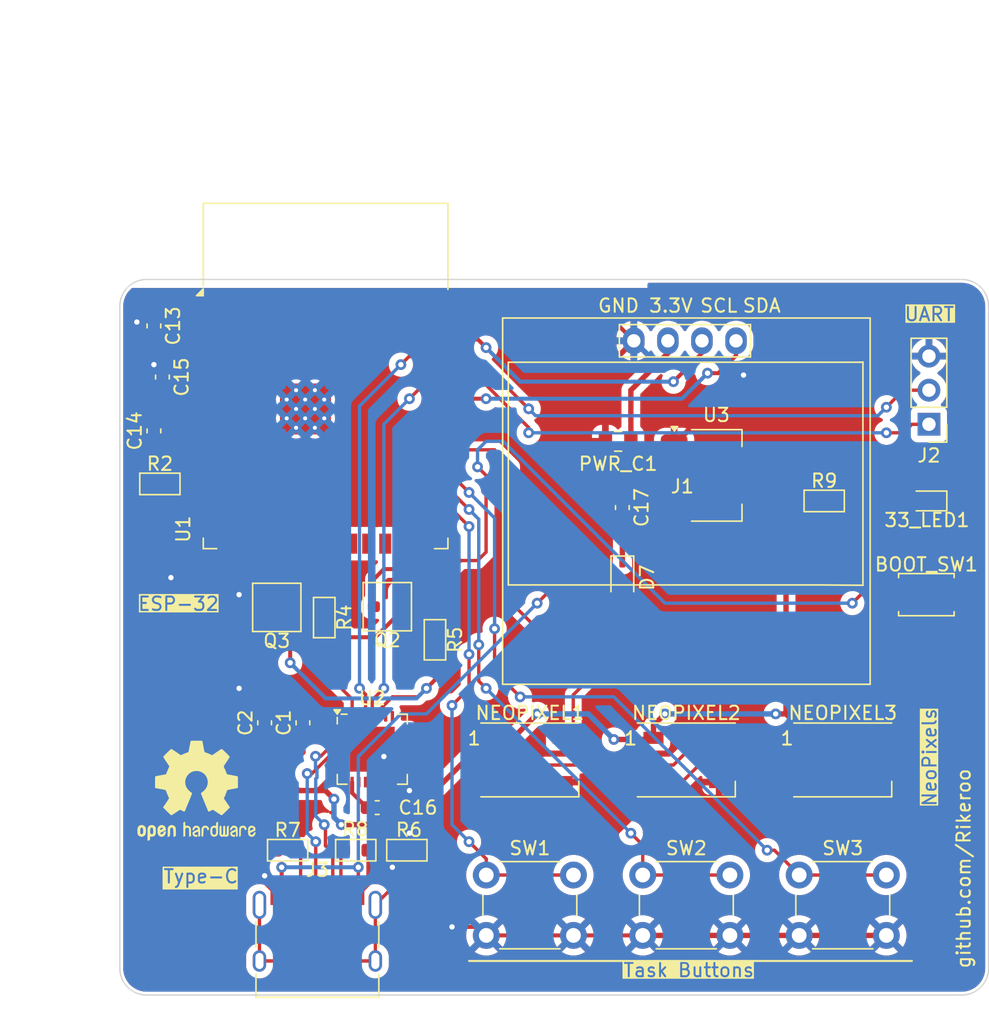
<source format=kicad_pcb>
(kicad_pcb (version 20221018) (generator pcbnew)
  (layers (0 "F.Cu" signal) (31 "B.Cu" signal) (34 "B.Paste" user) (35 "F.Paste" user) (36 "B.SilkS" user "B.Silkscreen") (37 "F.SilkS" user "F.Silkscreen") (38 "B.Mask" user) (39 "F.Mask" user) (44 "Edge.Cuts" user))
  (net 0 "")
  (net 1 "GND")
  (net 2 "+3.3V")
  (net 3 "/EN")
  (net 4 "+5V")
  (net 5 "/NEOPIXEL")
  (net 6 "VBUS")
  (net 7 "/TX")
  (net 8 "/RX")
  (net 9 "Net-(J3-CC1)")
  (net 10 "/D+")
  (net 11 "/D-")
  (net 12 "Net-(J3-CC2)")
  (net 13 "Net-(J3-SHIELD)")
  (net 14 "/DTR")
  (net 15 "Net-(Q2-B)")
  (net 16 "/BOOT")
  (net 17 "/RTS")
  (net 18 "Net-(Q3-B)")
  (net 19 "/PUSH_1")
  (net 20 "/PUSH_2")
  (net 21 "/PUSH_3")
  (net 36 "Net-(U2-VBUS)")
  (net 61 "/SDA")
  (net 62 "/SCL")
  (net 67 "Net-(33_LED1-A)")
  (net 68 "Net-(NEOPIXEL1-DOUT)")
  (net 69 "Net-(NEOPIXEL2-DOUT)")
  (footprint "Button_Switch_THT:SW_PUSH_6mm" (layer "F.Cu") (at 113.68 113.61)
    (fp_text reference "SW1")
    (fp_text value "PUSH_1")
  )
  (footprint "PCM_Resistor_SMD_AKL:R_0603_1608Metric" (layer "F.Cu") (at 89.345 84.455)
    (fp_text reference "R2")
    (fp_text value "10k" hide)
  )
  (footprint "Capacitor_SMD:C_0603_1608Metric" (layer "F.Cu") (at 97.155 102.265 90)
    (fp_text reference "C2")
    (fp_text value "0.1uF")
  )
  (footprint "Connector_PinHeader_2.54mm:PinHeader_1x03_P2.54mm_Vertical" (layer "F.Cu") (at 146.685 80.01 180)
    (fp_text reference "J2")
    (fp_text value "UART Pins")
  )
  (footprint "Connector_USB:USB_C_Receptacle_XKB_U262-16XN-4BVC11" (layer "F.Cu") (at 101.09 118.94)
    (fp_text reference "J3")
    (fp_text value "USB_C_Receptacle_USB2.0_16P")
  )
  (footprint "Button_Switch_SMD:SW_Push_SPST_NO_Alps_SKRK" (layer "F.Cu") (at 146.49 92.71)
    (fp_text reference "BOOT_SW1")
    (fp_text value "Boot")
  )
  (footprint "PCM_Resistor_SMD_AKL:R_0603_1608Metric" (layer "F.Cu") (at 107.76 111.76 180)
    (fp_text reference "R6")
    (fp_text value "1M" hide)
  )
  (footprint "Button_Switch_THT:SW_PUSH_6mm" (layer "F.Cu") (at 137.01 113.61)
    (fp_text reference "SW3")
    (fp_text value "PUSH_3")
  )
  (footprint "Capacitor_SMD:C_0805_2012Metric" (layer "F.Cu") (at 123.51 81.28 180)
    (fp_text reference "PWR_C1")
    (fp_text value "10uF")
  )
  (footprint "RF_Module:ESP32-WROOM-32D" (layer "F.Cu") (at 101.7 79.4)
    (fp_text reference "U1")
    (fp_text value "ESP32-WROOM-32D")
  )
  (footprint "Capacitor_SMD:C_0603_1608Metric" (layer "F.Cu") (at 88.9 72.68 -90)
    (fp_text reference "C13")
    (fp_text value "10uF")
  )
  (footprint "PCM_Resistor_SMD_AKL:R_0603_1608Metric" (layer "F.Cu") (at 103.95 111.76 180)
    (fp_text reference "R8")
    (fp_text value "5.11K" hide)
  )
  (footprint "Package_DFN_QFN:QFN-28-1EP_5x5mm_P0.5mm_EP3.35x3.35mm" (layer "F.Cu") (at 105.18 104.23)
    (fp_text reference "U2")
    (fp_text value "CP2102N-Axx-xQFN28")
  )
  (footprint "PCM_Resistor_SMD_AKL:R_0603_1608Metric" (layer "F.Cu") (at 109.855 96.075 -90)
    (fp_text reference "R5")
    (fp_text value "12K" hide)
  )
  (footprint "PCM_Package_TO_SOT_SMD_AKL:SOT-23" (layer "F.Cu") (at 106.3 93.6075 180)
    (fp_text reference "Q2")
    (fp_text value "S8050" hide)
  )
  (footprint "LED_SMD:LED_0603_1608Metric" (layer "F.Cu") (at 146.5325 85.725 180)
    (fp_text reference "33_LED1")
    (fp_text value "3.3 LED")
  )
  (footprint "PCM_Resistor_SMD_AKL:R_0603_1608Metric" (layer "F.Cu") (at 138.875 85.725)
    (fp_text reference "R9")
    (fp_text value "2.2K" hide)
  )
  (footprint "LED_SMD:LED_WS2812B_PLCC4_5.0x5.0mm_P3.2mm" (layer "F.Cu") (at 140.26 105.03)
    (fp_text reference "NEOPIXEL3")
    (fp_text value "WS2812B")
  )
  (footprint "LED_SMD:LED_WS2812B_PLCC4_5.0x5.0mm_P3.2mm" (layer "F.Cu") (at 116.93 105.03)
    (fp_text reference "NEOPIXEL1")
    (fp_text value "WS2812B")
  )
  (footprint "Capacitor_SMD:C_0603_1608Metric" (layer "F.Cu") (at 89.535 76.49 -90)
    (fp_text reference "C15")
    (fp_text value "0.1uF")
  )
  (footprint "SSD1306:128x64OLED_No_Holes" (layer "F.Cu") (at 128.3 84.39)
    (fp_text reference "J1")
    (fp_text value "I2C Sockets")
  )
  (footprint "PCM_Resistor_SMD_AKL:R_0603_1608Metric" (layer "F.Cu") (at 98.87 111.76)
    (fp_text reference "R7")
    (fp_text value "5.11K" hide)
  )
  (footprint "Symbol:OSHW-Logo2_9.8x8mm_SilkScreen" (layer "F.Cu") (at 92.075 107.315)
    (fp_text reference "REF**" hide)
    (fp_text value "OSHW-Logo2_9.8x8mm_SilkScreen" hide)
  )
  (footprint "Button_Switch_THT:SW_PUSH_6mm" (layer "F.Cu") (at 125.345 113.61)
    (fp_text reference "SW2")
    (fp_text value "PUSH_2")
  )
  (footprint "Capacitor_SMD:C_0603_1608Metric" (layer "F.Cu") (at 123.825 86.22 -90)
    (fp_text reference "C17")
    (fp_text value "10uF")
  )
  (footprint "Package_TO_SOT_SMD:SOT-223-3_TabPin2" (layer "F.Cu") (at 130.835 83.82)
    (fp_text reference "U3")
    (fp_text value "AMS1117-3.3")
  )
  (footprint "Capacitor_SMD:C_0603_1608Metric" (layer "F.Cu") (at 100.01 102.265 90)
    (fp_text reference "C1")
    (fp_text value "4.7uF")
  )
  (footprint "PCM_Package_TO_SOT_SMD_AKL:SOT-23" (layer "F.Cu") (at 98.06 93.66 180)
    (fp_text reference "Q3")
    (fp_text value "S8050" hide)
  )
  (footprint "PCM_Resistor_SMD_AKL:R_0603_1608Metric" (layer "F.Cu") (at 101.6 94.42 -90)
    (fp_text reference "R4")
    (fp_text value "12K" hide)
  )
  (footprint "Diode_SMD:D_SOD-323" (layer "F.Cu") (at 123.825 91.44 -90)
    (fp_text reference "D7")
    (fp_text value "1N5819WS")
  )
  (footprint "Capacitor_SMD:C_0603_1608Metric" (layer "F.Cu") (at 105.55 108.585 180)
    (fp_text reference "C16")
    (fp_text value "10uF")
  )
  (footprint "Capacitor_SMD:C_0603_1608Metric" (layer "F.Cu") (at 88.9 80.505 90)
    (fp_text reference "C14")
    (fp_text value "0.1uF")
  )
  (footprint "LED_SMD:LED_WS2812B_PLCC4_5.0x5.0mm_P3.2mm" (layer "F.Cu") (at 128.595 105.03)
    (fp_text reference "NEOPIXEL2")
    (fp_text value "WS2812B")
  )
  (gr_line (start 112.395 120.015) (end 145.415 120.015) (stroke (width 0.15)) (layer "F.SilkS"))
  (gr_arc (start 88.36 122.555) (mid 86.945786 121.969214) (end 86.36 120.555) (stroke (width 0.1)) (layer "Edge.Cuts"))
  (gr_line (start 88.36 69.215) (end 149.13 69.215) (stroke (width 0.1)) (layer "Edge.Cuts"))
  (gr_arc (start 86.36 71.215) (mid 86.945786 69.800786) (end 88.36 69.215) (stroke (width 0.1)) (layer "Edge.Cuts"))
  (gr_line (start 151.13 71.215) (end 151.13 120.555) (stroke (width 0.1)) (layer "Edge.Cuts"))
  (gr_arc (start 149.13 69.215) (mid 150.544214 69.800786) (end 151.13 71.215) (stroke (width 0.1)) (layer "Edge.Cuts"))
  (gr_arc (start 151.13 120.555) (mid 150.544214 121.969214) (end 149.13 122.555) (stroke (width 0.1)) (layer "Edge.Cuts"))
  (gr_line (start 86.36 120.555) (end 86.36 71.215) (stroke (width 0.1)) (layer "Edge.Cuts"))
  (gr_line (start 149.13 122.555) (end 88.36 122.555) (stroke (width 0.1)) (layer "Edge.Cuts"))
  (gr_text "GND" (at 121.92 71.755) (layer "F.SilkS") (effects (font (size 1 1)) (justify left bottom)))
  (gr_text "NeoPixels" (at 147.32 108.585 90) (layer "F.SilkS" knockout) (effects (font (size 1 1)) (justify left bottom)))
  (gr_text "3.3V" (at 125.73 71.755) (layer "F.SilkS") (effects (font (size 1 1)) (justify left bottom)))
  (gr_text "github.com/Rikeroo" (at 149.86 120.65 90) (layer "F.SilkS") (effects (font (size 1 1)) (justify left bottom)))
  (gr_text "ESP-32" (at 87.63 93.98) (layer "F.SilkS" knockout) (effects (font (size 1 1)) (justify left bottom)))
  (gr_text "Type-C" (at 89.535 114.3) (layer "F.SilkS" knockout) (effects (font (size 1 1)) (justify left bottom)))
  (gr_text "UART" (at 144.78 72.39) (layer "F.SilkS" knockout) (effects (font (size 1 1)) (justify left bottom)))
  (gr_text "Task Buttons" (at 123.825 121.285) (layer "F.SilkS" knockout) (effects (font (size 1 1)) (justify left bottom)))
  (gr_text "SCL\n" (at 129.54 71.755) (layer "F.SilkS") (effects (font (size 1 1)) (justify left bottom)))
  (gr_text "SDA" (at 132.715 71.755) (layer "F.SilkS") (effects (font (size 1 1)) (justify left bottom)))
  (segment (start 105.18 104.23) (end 104.68 103.73) (width 0.3) (layer "F.Cu") (net 1))
  (segment (start 97.155 114.16) (end 97.89 114.895) (width 0.3) (layer "F.Cu") (net 1))
  (segment (start 95.99 83.08) (end 95.99 88.91) (width 0.3) (layer "F.Cu") (net 1))
  (segment (start 95.25 89.65) (end 95.99 88.91) (width 0.3) (layer "F.Cu") (net 1))
  (segment (start 107.95 107.315) (end 107.95 107.95) (width 0.3) (layer "F.Cu") (net 1))
  (segment (start 89.535 75.715) (end 89.05 75.715) (width 0.3) (layer "F.Cu") (net 1))
  (segment (start 148.59 92.71) (end 148.59 86.995) (width 0.4) (layer "F.Cu") (net 1))
  (segment (start 89.535 75.715) (end 88.75 75.715) (width 0.3) (layer "F.Cu") (net 1))
  (segment (start 137.01 118.11) (end 143.51 118.11) (width 0.4) (layer "F.Cu") (net 1))
  (segment (start 113.045 117.475) (end 113.68 118.11) (width 0.3) (layer "F.Cu") (net 1))
  (segment (start 104.29 115.215) (end 104.29 114.895) (width 0.3) (layer "F.Cu") (net 1))
  (segment (start 90.17 79.375) (end 90.17 80.645) (width 0.3) (layer "F.Cu") (net 1))
  (segment (start 147.32 85.09) (end 149.225 83.185) (width 0.4) (layer "F.Cu") (net 1))
  (segment (start 110.45 71.15) (end 110.92 71.62) (width 0.3) (layer "F.Cu") (net 1))
  (segment (start 107.95 110.745) (end 106.935 111.76) (width 0.3) (layer "F.Cu") (net 1))
  (segment (start 144.78 105.41) (end 148.59 101.6) (width 0.4) (layer "F.Cu") (net 1))
  (segment (start 146.05 111.125) (end 142.71 107.785) (width 0.4) (layer "F.Cu") (net 1))
  (segment (start 98.8 80.27) (end 95.99 83.08) (width 0.3) (layer "F.Cu") (net 1))
  (segment (start 133.985 77.47) (end 142.24 77.47) (width 0.4) (layer "F.Cu") (net 1))
  (segment (start 104.89 114.295) (end 104.89 111.875) (width 0.3) (layer "F.Cu") (net 1))
  (segment (start 102.244904 103.73) (end 101.6 103.085096) (width 0.3) (layer "F.Cu") (net 1))
  (segment (start 97.79 111.76) (end 97.155 112.395) (width 0.3) (layer "F.Cu") (net 1))
  (segment (start 88.415 72.39) (end 88.9 71.905) (width 0.3) (layer "F.Cu") (net 1))
  (segment (start 97.155 112.395) (end 97.155 113.665) (width 0.3) (layer "F.Cu") (net 1))
  (segment (start 96.41 101.49) (end 100.01 101.49) (width 0.3) (layer "F.Cu") (net 1))
  (segment (start 106.935 111.76) (end 106.935 112.775) (width 0.3) (layer "F.Cu") (net 1))
  (segment (start 87.63 72.39) (end 88.415 72.39) (width 0.3) (layer "F.Cu") (net 1))
  (segment (start 148.59 74.93) (end 146.685 74.93) (width 0.4) (layer "F.Cu") (net 1))
  (segment (start 88.75 75.715) (end 88.265 76.2) (width 0.3) (layer "F.Cu") (net 1))
  (segment (start 122.56 81.28) (end 122.56 75.91) (width 0.4) (layer "F.Cu") (net 1))
  (segment (start 107.95 110.49) (end 107.95 110.745) (width 0.3) (layer "F.Cu") (net 1))
  (segment (start 89.05 75.715) (end 88.9 75.565) (width 0.3) (layer "F.Cu") (net 1))
  (segment (start 90.17 80.645) (end 89.535 81.28) (width 0.3) (layer "F.Cu") (net 1))
  (segment (start 88.9 71.905) (end 89.655 71.15) (width 0.3) (layer "F.Cu") (net 1))
  (segment (start 148.59 101.6) (end 148.59 92.71) (width 0.4) (layer "F.Cu") (net 1))
  (segment (start 95.25 90.805) (end 95.25 92.71) (width 0.3) (layer "F.Cu") (net 1))
  (segment (start 104.89 111.875) (end 104.775 111.76) (width 0.3) (layer "F.Cu") (net 1))
  (segment (start 122.555 111.76) (end 119.38 108.585) (width 0.3) (layer "F.Cu") (net 1))
  (segment (start 120.18 118.11) (end 122.555 115.735) (width 0.3) (layer "F.Cu") (net 1))
  (segment (start 131.845 118.11) (end 137.01 118.11) (width 0.4) (layer "F.Cu") (net 1))
  (segment (start 100.855 101.49) (end 100.01 101.49) (width 0.3) (layer "F.Cu") (net 1))
  (segment (start 113.68 118.11) (end 120.18 118.11) (width 0.3) (layer "F.Cu") (net 1))
  (segment (start 96.84 101.175) (end 97.155 101.49) (width 0.3) (layer "F.Cu") (net 1))
  (segment (start 122.555 115.735) (end 122.555 111.76) (width 0.3) (layer "F.Cu") (net 1))
  (segment (start 95.25 90.805) (end 95.25 89.65) (width 0.3) (layer "F.Cu") (net 1))
  (segment (start 122.56 84.18) (end 123.825 85.445) (width 0.4) (layer "F.Cu") (net 1))
  (segment (start 147.32 85.725) (end 147.32 85.09) (width 0.4) (layer "F.Cu") (net 1))
  (segment (start 122.645 71.755) (end 124.68 73.79) (width 0.3) (layer "F.Cu") (net 1))
  (segment (start 89.535 78.74) (end 90.17 79.375) (width 0.3) (layer "F.Cu") (net 1))
  (segment (start 88.9 81.28) (end 89.27 81.65) (width 0.3) (layer "F.Cu") (net 1))
  (segment (start 122.555 111.76) (end 122.555 111.334339) (width 0.3) (layer "F.Cu") (net 1))
  (segment (start 104.29 114.895) (end 104.89 114.295) (width 0.3) (layer "F.Cu") (net 1))
  (segment (start 122.555 111.334339) (end 124.669339 109.22) (width 0.3) (layer "F.Cu") (net 1))
  (segment (start 88.265 78.105) (end 88.9 78.74) (width 0.3) (layer "F.Cu") (net 1))
  (segment (start 142.71 106.68) (end 143.98 105.41) (width 0.4) (layer "F.Cu") (net 1))
  (segment (start 89.27 81.65) (end 89.27 90.54) (width 0.3) (layer "F.Cu") (net 1))
  (segment (start 148.59 86.995) (end 147.32 85.725) (width 0.4) (layer "F.Cu") (net 1))
  (segment (start 88.265 76.2) (end 88.265 78.105) (width 0.3) (layer "F.Cu") (net 1))
  (segment (start 129.935 81.52) (end 133.985 77.47) (width 0.4) (layer "F.Cu") (net 1))
  (segment (start 149.225 75.565) (end 148.59 74.93) (width 0.4) (layer "F.Cu") (net 1))
  (segment (start 129.54 109.22) (end 131.045 107.715) (width 0.3) (layer "F.Cu") (net 1))
  (segment (start 122.56 81.28) (end 122.56 84.18) (width 0.4) (layer "F.Cu") (net 1))
  (segment (start 110.92 71.62) (end 111.55 71.62) (width 0.3) (layer "F.Cu") (net 1))
  (segment (start 107.315 108.585) (end 106.325 108.585) (width 0.3) (layer "F.Cu") (net 1))
  (segment (start 125.345 118.11) (end 131.845 118.11) (width 0.4) (layer "F.Cu") (net 1))
  (segment (start 88.9 78.74) (end 89.535 78.74) (width 0.3) (layer "F.Cu") (net 1))
  (segment (start 106.935 112.775) (end 106.68 113.03) (width 0.3) (layer "F.Cu") (net 1))
  (segment (start 142.71 107.785) (end 142.71 106.68) (width 0.4) (layer "F.Cu") (net 1))
  (segment (start 98.045 111.76) (end 97.79 111.76) (width 0.3) (layer "F.Cu") (net 1))
  (segment (start 111.685 71.755) (end 122.645 71.755) (width 0.3) (layer "F.Cu") (net 1))
  (segment (start 89.27 90.54) (end 90.17 91.44) (width 0.3) (layer "F.Cu") (net 1))
  (segment (start 127.685 81.52) (end 129.935 81.52) (width 0.4) (layer "F.Cu") (net 1))
  (segment (start 143.98 105.41) (end 144.78 105.41) (width 0.4) (layer "F.Cu") (net 1))
  (segment (start 120.18 118.11) (end 125.345 118.11) (width 0.3) (layer "F.Cu") (net 1))
  (segment (start 101.6 103.085096) (end 101.6 102.235) (width 0.3) (layer "F.Cu") (net 1))
  (segment (start 111.125 117.475) (end 113.045 117.475) (width 0.3) (layer "F.Cu") (net 1))
  (segment (start 104.775 111.76) (end 106.935 111.76) (width 0.3) (layer "F.Cu") (net 1))
  (segment (start 95.25 99.695) (end 95.25 100.33) (width 0.3) (layer "F.Cu") (net 1))
  (segment (start 97.155 113.665) (end 97.155 114.16) (width 0.3) (layer "F.Cu") (net 1))
  (segment (start 132.86 76.345) (end 127.685 81.52) (width 0.4) (layer "F.Cu") (net 1))
  (segment (start 143.51 118.11) (end 146.05 115.57) (width 0.4) (layer "F.Cu") (net 1))
  (segment (start 97.89 114.895) (end 97.89 115.215) (width 0.3) (layer "F.Cu") (net 1))
  (segment (start 89.535 81.28) (end 88.9 81.28) (width 0.3) (layer "F.Cu") (net 1))
  (segment (start 89.655 71.15) (end 92.95 71.15) (width 0.3) (layer "F.Cu") (net 1))
  (segment (start 124.669339 109.22) (end 129.54 109.22) (width 0.3) (layer "F.Cu") (net 1))
  (segment (start 131.045 107.715) (end 131.045 106.68) (width 0.3) (layer "F.Cu") (net 1))
  (segment (start 95.25 100.33) (end 96.41 101.49) (width 0.3) (layer "F.Cu") (net 1))
  (segment (start 111.55 71.62) (end 111.685 71.755) (width 0.3) (layer "F.Cu") (net 1))
  (segment (start 104.68 103.73) (end 102.73 103.73) (width 0.3) (layer "F.Cu") (net 1))
  (segment (start 146.05 115.57) (end 146.05 111.125) (width 0.4) (layer "F.Cu") (net 1))
  (segment (start 122.56 75.91) (end 124.68 73.79) (width 0.4) (layer "F.Cu") (net 1))
  (segment (start 142.24 77.47) (end 144.78 74.93) (width 0.4) (layer "F.Cu") (net 1))
  (segment (start 119.38 108.585) (end 119.38 106.68) (width 0.3) (layer "F.Cu") (net 1))
  (segment (start 101.6 102.235) (end 100.855 101.49) (width 0.3) (layer "F.Cu") (net 1))
  (segment (start 149.225 83.185) (end 149.225 75.565) (width 0.4) (layer "F.Cu") (net 1))
  (segment (start 144.78 74.93) (end 146.685 74.93) (width 0.4) (layer "F.Cu") (net 1))
  (segment (start 107.95 107.95) (end 107.315 108.585) (width 0.3) (layer "F.Cu") (net 1))
  (segment (start 102.73 103.73) (end 102.244904 103.73) (width 0.3) (layer "F.Cu") (net 1))
  (via (at 95.25 92.71) (size 0.8) (drill 0.4) (layers "F.Cu" "B.Cu") (net 1))
  (via (at 107.95 107.315) (size 0.8) (drill 0.4) (layers "F.Cu" "B.Cu") (net 1))
  (via (at 97.155 113.665) (size 0.8) (drill 0.4) (layers "F.Cu" "B.Cu") (net 1))
  (via (at 88.9 75.565) (size 0.8) (drill 0.4) (layers "F.Cu" "B.Cu") (net 1))
  (via (at 111.125 117.475) (size 0.8) (drill 0.4) (layers "F.Cu" "B.Cu") (net 1))
  (via (at 132.86 76.345) (size 0.8) (drill 0.4) (layers "F.Cu" "B.Cu") (net 1))
  (via (at 90.17 91.44) (size 0.8) (drill 0.4) (layers "F.Cu" "B.Cu") (net 1))
  (via (at 107.95 110.49) (size 0.8) (drill 0.4) (layers "F.Cu" "B.Cu") (net 1))
  (via (at 106.68 113.03) (size 0.8) (drill 0.4) (layers "F.Cu" "B.Cu") (net 1))
  (via (at 95.25 99.695) (size 0.8) (drill 0.4) (layers "F.Cu" "B.Cu") (net 1))
  (via (at 87.63 72.39) (size 0.8) (drill 0.4) (layers "F.Cu" "B.Cu") (net 1))
  (via (at 106.045 104.775) (size 0.8) (drill 0.4) (layers "F.Cu" "B.Cu") (net 1))
  (segment (start 88.9 75.565) (end 87.63 74.295) (width 0.3) (layer "B.Cu") (net 1))
  (segment (start 107.95 107.315) (end 107.95 110.49) (width 0.3) (layer "B.Cu") (net 1))
  (segment (start 97.27 113.78) (end 105.93 113.78) (width 0.3) (layer "B.Cu") (net 1))
  (segment (start 105.93 113.78) (end 106.68 113.03) (width 0.3) (layer "B.Cu") (net 1))
  (segment (start 107.95 106.68) (end 107.95 107.315) (width 0.3) (layer "B.Cu") (net 1))
  (segment (start 87.63 74.295) (end 87.63 72.39) (width 0.3) (layer "B.Cu") (net 1))
  (segment (start 131.705 75.19) (end 126.08 75.19) (width 0.4) (layer "B.Cu") (net 1))
  (segment (start 106.68 113.03) (end 111.125 117.475) (width 0.3) (layer "B.Cu") (net 1))
  (segment (start 106.045 104.775) (end 107.95 106.68) (width 0.3) (layer "B.Cu") (net 1))
  (segment (start 90.17 91.44) (end 94.615 91.44) (width 0.3) (layer "B.Cu") (net 1))
  (segment (start 95.25 92.075) (end 95.25 92.71) (width 0.3) (layer "B.Cu") (net 1))
  (segment (start 132.86 76.345) (end 131.705 75.19) (width 0.4) (layer "B.Cu") (net 1))
  (segment (start 95.25 92.71) (end 95.25 99.695) (width 0.3) (layer "B.Cu") (net 1))
  (segment (start 94.615 91.44) (end 95.25 92.075) (width 0.3) (layer "B.Cu") (net 1))
  (segment (start 97.155 113.665) (end 97.27 113.78) (width 0.3) (layer "B.Cu") (net 1))
  (segment (start 126.08 75.19) (end 124.68 73.79) (width 0.4) (layer "B.Cu") (net 1))
  (segment (start 136.03 101.6) (end 136.03 85.865) (width 0.4) (layer "F.Cu") (net 2))
  (segment (start 124.46 77.47) (end 124.46 81.28) (width 0.4) (layer "F.Cu") (net 2))
  (segment (start 88.52 84.455) (end 88.265 84.455) (width 0.4) (layer "F.Cu") (net 2))
  (segment (start 100.01 104.46) (end 100.01 103.04) (width 0.4) (layer "F.Cu") (net 2))
  (segment (start 87.63 83.82) (end 87.63 80.645) (width 0.4) (layer "F.Cu") (net 2))
  (segment (start 113.79 103.38) (end 114.48 103.38) (width 0.4) (layer "F.Cu") (net 2))
  (segment (start 88.52 95.995) (end 95.565 103.04) (width 0.4) (layer "F.Cu") (net 2))
  (segment (start 123.19 103.505) (end 126.02 103.505) (width 0.4) (layer "F.Cu") (net 2))
  (segment (start 88.545 79.73) (end 88.9 79.73) (width 0.4) (layer "F.Cu") (net 2))
  (segment (start 88.52 84.455) (end 88.52 95.995) (width 0.4) (layer "F.Cu") (net 2))
  (segment (start 127.22 73.79) (end 127.22 74.71) (width 0.4) (layer "F.Cu") (net 2))
  (segment (start 126.02 103.505) (end 126.145 103.38) (width 0.4) (layer "F.Cu") (net 2))
  (segment (start 92.045 72.42) (end 91.01 73.455) (width 0.4) (layer "F.Cu") (net 2))
  (segment (start 87.63 80.645) (end 88.545 79.73) (width 0.4) (layer "F.Cu") (net 2))
  (segment (start 88.9 79.73) (end 87.63 78.46) (width 0.4) (layer "F.Cu") (net 2))
  (segment (start 95.565 103.04) (end 97.155 103.04) (width 0.4) (layer "F.Cu") (net 2))
  (segment (start 101.689228 107.315) (end 101.145 107.315) (width 0.4) (layer "F.Cu") (net 2))
  (segment (start 135.255 101.6) (end 136.03 101.6) (width 0.4) (layer "F.Cu") (net 2))
  (segment (start 101.145 107.315) (end 99.695 107.315) (width 0.4) (layer "F.Cu") (net 2))
  (segment (start 136.03 101.6) (end 137.81 103.38) (width 0.4) (layer "F.Cu") (net 2))
  (segment (start 127 83.82) (end 127.685 83.82) (width 0.4) (layer "F.Cu") (net 2))
  (segment (start 133.985 83.82) (end 135.89 85.725) (width 0.4) (layer "F.Cu") (net 2))
  (segment (start 126.145 102.455) (end 127 101.6) (width 0.4) (layer "F.Cu") (net 2))
  (segment (start 100.01 103.04) (end 97.155 103.04) (width 0.4) (layer "F.Cu") (net 2))
  (segment (start 102.73 105.23) (end 102.73 105.73) (width 0.3) (layer "F.Cu") (net 2))
  (segment (start 126.145 103.38) (end 126.145 102.455) (width 0.4) (layer "F.Cu") (net 2))
  (segment (start 99.06 106.68) (end 99.06 105.41) (width 0.4) (layer "F.Cu") (net 2))
  (segment (start 99.06 105.41) (end 100.01 104.46) (width 0.4) (layer "F.Cu") (net 2))
  (segment (start 87.63 74.725) (end 88.9 73.455) (width 0.4) (layer "F.Cu") (net 2))
  (segment (start 92.95 72.42) (end 92.045 72.42) (width 0.4) (layer "F.Cu") (net 2))
  (segment (start 91.01 73.455) (end 88.9 73.455) (width 0.4) (layer "F.Cu") (net 2))
  (segment (start 88.265 84.455) (end 87.63 83.82) (width 0.4) (layer "F.Cu") (net 2))
  (segment (start 127.22 74.71) (end 124.46 77.47) (width 0.4) (layer "F.Cu") (net 2))
  (segment (start 107.315 109.855) (end 113.79 103.38) (width 0.4) (layer "F.Cu") (net 2))
  (segment (start 135.89 85.725) (end 138.05 85.725) (width 0.4) (layer "F.Cu") (net 2))
  (segment (start 87.63 78.46) (end 87.63 74.725) (width 0.4) (layer "F.Cu") (net 2))
  (segment (start 102.73 105.73) (end 101.145 107.315) (width 0.4) (layer "F.Cu") (net 2))
  (segment (start 115.695 103.38) (end 117.475 101.6) (width 0.4) (layer "F.Cu") (net 2))
  (segment (start 114.48 103.38) (end 115.695 103.38) (width 0.4) (layer "F.Cu") (net 2))
  (segment (start 124.46 81.28) (end 127 83.82) (width 0.4) (layer "F.Cu") (net 2))
  (segment (start 102.324228 107.95) (end 101.689228 107.315) (width 0.4) (layer "F.Cu") (net 2))
  (segment (start 102.87 109.855) (end 107.315 109.855) (width 0.4) (layer "F.Cu") (net 2))
  (segment (start 99.695 107.315) (end 99.06 106.68) (width 0.4) (layer "F.Cu") (net 2))
  (segment (start 136.03 85.865) (end 135.89 85.725) (width 0.4) (layer "F.Cu") (net 2))
  (segment (start 127.685 83.82) (end 133.985 83.82) (width 0.4) (layer "F.Cu") (net 2))
  (via (at 117.475 101.6) (size 0.8) (drill 0.4) (layers "F.Cu" "B.Cu") (net 2))
  (via (at 127 101.6) (size 0.8) (drill 0.4) (layers "F.Cu" "B.Cu") (net 2))
  (via (at 102.87 109.855) (size 0.8) (drill 0.4) (layers "F.Cu" "B.Cu") (net 2))
  (via (at 135.255 101.6) (size 0.8) (drill 0.4) (layers "F.Cu" "B.Cu") (net 2))
  (via (at 102.324228 107.95) (size 0.8) (drill 0.4) (layers "F.Cu" "B.Cu") (net 2))
  (via (at 123.19 103.505) (size 0.8) (drill 0.4) (layers "F.Cu" "B.Cu") (net 2))
  (segment (start 121.285 101.6) (end 123.19 103.505) (width 0.4) (layer "B.Cu") (net 2))
  (segment (start 117.475 101.6) (end 121.285 101.6) (width 0.4) (layer "B.Cu") (net 2))
  (segment (start 102.324228 107.95) (end 102.324228 109.309228) (width 0.4) (layer "B.Cu") (net 2))
  (segment (start 102.324228 109.309228) (end 102.87 109.855) (width 0.4) (layer "B.Cu") (net 2))
  (segment (start 127 101.6) (end 135.255 101.6) (width 0.4) (layer "B.Cu") (net 2))
  (segment (start 89.535 77.265) (end 90.375 77.265) (width 0.25) (layer "F.Cu") (net 3))
  (segment (start 90.17 84.455) (end 90.17 89.535) (width 0.25) (layer "F.Cu") (net 3))
  (segment (start 90.805 83.82) (end 90.17 84.455) (width 0.25) (layer "F.Cu") (net 3))
  (segment (start 92.37 73.69) (end 92.95 73.69) (width 0.25) (layer "F.Cu") (net 3))
  (segment (start 90.805 76.835) (end 90.805 75.255) (width 0.25) (layer "F.Cu") (net 3))
  (segment (start 90.805 78.535) (end 90.805 83.82) (width 0.25) (layer "F.Cu") (net 3))
  (segment (start 94.295 93.66) (end 97.06 93.66) (width 0.25) (layer "F.Cu") (net 3))
  (segment (start 90.17 89.535) (end 94.295 93.66) (width 0.25) (layer "F.Cu") (net 3))
  (segment (start 90.805 75.255) (end 92.37 73.69) (width 0.25) (layer "F.Cu") (net 3))
  (segment (start 89.535 77.265) (end 90.805 78.535) (width 0.25) (layer "F.Cu") (net 3))
  (segment (start 90.375 77.265) (end 90.805 76.835) (width 0.25) (layer "F.Cu") (net 3))
  (segment (start 123.825 86.995) (end 126.81 86.995) (width 0.4) (layer "F.Cu") (net 4))
  (segment (start 123.825 86.995) (end 123.825 90.39) (width 0.4) (layer "F.Cu") (net 4))
  (segment (start 126.81 86.995) (end 127.685 86.12) (width 0.4) (layer "F.Cu") (net 4))
  (segment (start 114.3 81.915) (end 112.115 81.915) (width 0.25) (layer "F.Cu") (net 5))
  (segment (start 121.285 95.885) (end 120.65 95.25) (width 0.25) (layer "F.Cu") (net 5))
  (segment (start 121.285 99.06) (end 121.285 95.885) (width 0.25) (layer "F.Cu") (net 5))
  (segment (start 117.475 95.25) (end 115.57 93.345) (width 0.25) (layer "F.Cu") (net 5))
  (segment (start 115.57 83.185) (end 114.3 81.915) (width 0.25) (layer "F.Cu") (net 5))
  (segment (start 120.165 102.595) (end 120.165 100.18) (width 0.25) (layer "F.Cu") (net 5))
  (segment (start 112.115 81.915) (end 111.45 82.58) (width 0.25) (layer "F.Cu") (net 5))
  (segment (start 111.45 82.58) (end 110.45 82.58) (width 0.25) (layer "F.Cu") (net 5))
  (segment (start 120.165 100.18) (end 121.285 99.06) (width 0.25) (layer "F.Cu") (net 5))
  (segment (start 115.57 93.345) (end 115.57 83.185) (width 0.25) (layer "F.Cu") (net 5))
  (segment (start 120.65 95.25) (end 117.475 95.25) (width 0.25) (layer "F.Cu") (net 5))
  (segment (start 119.38 103.38) (end 120.165 102.595) (width 0.25) (layer "F.Cu") (net 5))
  (segment (start 117.475 93.345) (end 118.11 92.71) (width 0.25) (layer "F.Cu") (net 6))
  (segment (start 123.605 92.71) (end 123.825 92.49) (width 0.25) (layer "F.Cu") (net 6))
  (segment (start 104.14 113.665) (end 103.49 114.315) (width 0.25) (layer "F.Cu") (net 6))
  (segment (start 118.11 92.71) (end 123.605 92.71) (width 0.25) (layer "F.Cu") (net 6))
  (segment (start 98.69 114.51) (end 98.69 115.215) (width 0.3) (layer "F.Cu") (net 6))
  (segment (start 98.425 113.03) (end 98.425 114.245) (width 0.3) (layer "F.Cu") (net 6))
  (segment (start 103.49 114.315) (end 103.49 115.215) (width 0.25) (layer "F.Cu") (net 6))
  (segment (start 98.425 114.245) (end 98.69 114.51) (width 0.3) (layer "F.Cu") (net 6))
  (segment (start 104.14 113.665) (end 104.14 113.03) (width 0.25) (layer "F.Cu") (net 6))
  (via (at 117.475 93.345) (size 0.8) (drill 0.4) (layers "F.Cu" "B.Cu") (net 6))
  (via (at 98.425 113.03) (size 0.8) (drill 0.4) (layers "F.Cu" "B.Cu") (net 6))
  (via (at 104.14 113.03) (size 0.8) (drill 0.4) (layers "F.Cu" "B.Cu") (net 6))
  (segment (start 107.315 101.6) (end 109.22 101.6) (width 0.25) (layer "B.Cu") (net 6))
  (segment (start 104.14 113.03) (end 104.14 104.775) (width 0.25) (layer "B.Cu") (net 6))
  (segment (start 104.14 104.775) (end 107.315 101.6) (width 0.25) (layer "B.Cu") (net 6))
  (segment (start 109.22 101.6) (end 117.475 93.345) (width 0.25) (layer "B.Cu") (net 6))
  (segment (start 98.425 113.03) (end 104.14 113.03) (width 0.3) (layer "B.Cu") (net 6))
  (segment (start 105.18 100.56) (end 106.045 99.695) (width 0.25) (layer "F.Cu") (net 7))
  (segment (start 110.45 76.23) (end 112.815305 76.23) (width 0.25) (layer "F.Cu") (net 7))
  (segment (start 144.78 80.645) (end 145.415 80.01) (width 0.25) (layer "F.Cu") (net 7))
  (segment (start 109.825 76.23) (end 110.45 76.23) (width 0.25) (layer "F.Cu") (net 7))
  (segment (start 107.95 78.105) (end 109.825 76.23) (width 0.25) (layer "F.Cu") (net 7))
  (segment (start 112.815305 76.23) (end 116.84 80.254695) (width 0.25) (layer "F.Cu") (net 7))
  (segment (start 105.18 101.78) (end 105.18 100.56) (width 0.25) (layer "F.Cu") (net 7))
  (segment (start 145.415 80.01) (end 146.685 80.01) (width 0.25) (layer "F.Cu") (net 7))
  (segment (start 116.84 80.254695) (end 116.84 80.645) (width 0.25) (layer "F.Cu") (net 7))
  (segment (start 143.51 80.645) (end 144.78 80.645) (width 0.25) (layer "F.Cu") (net 7))
  (via (at 107.95 78.105) (size 0.8) (drill 0.4) (layers "F.Cu" "B.Cu") (net 7))
  (via (at 106.045 99.695) (size 0.8) (drill 0.4) (layers "F.Cu" "B.Cu") (net 7))
  (via (at 143.51 80.645) (size 0.8) (drill 0.4) (layers "F.Cu" "B.Cu") (net 7))
  (via (at 116.84 80.645) (size 0.8) (drill 0.4) (layers "F.Cu" "B.Cu") (net 7))
  (segment (start 107.95 78.105) (end 106.045 80.01) (width 0.25) (layer "B.Cu") (net 7))
  (segment (start 116.84 80.645) (end 143.51 80.645) (width 0.25) (layer "B.Cu") (net 7))
  (segment (start 106.045 80.01) (end 106.045 99.695) (width 0.25) (layer "B.Cu") (net 7))
  (segment (start 107.315 75.565) (end 107.92 74.96) (width 0.25) (layer "F.Cu") (net 8))
  (segment (start 113.345 75.36) (end 116.84 78.855) (width 0.25) (layer "F.Cu") (net 8))
  (segment (start 104.68 101.78) (end 104.68 100.145) (width 0.25) (layer "F.Cu") (net 8))
  (segment (start 143.51 78.74) (end 144.78 77.47) (width 0.25) (layer "F.Cu") (net 8))
  (segment (start 110.85 75.36) (end 113.345 75.36) (width 0.25) (layer "F.Cu") (net 8))
  (segment (start 110.45 74.96) (end 110.85 75.36) (width 0.25) (layer "F.Cu") (net 8))
  (segment (start 107.92 74.96) (end 110.45 74.96) (width 0.25) (layer "F.Cu") (net 8))
  (segment (start 144.78 77.47) (end 146.685 77.47) (width 0.25) (layer "F.Cu") (net 8))
  (segment (start 104.68 100.145) (end 104.23 99.695) (width 0.25) (layer "F.Cu") (net 8))
  (via (at 107.315 75.565) (size 0.8) (drill 0.4) (layers "F.Cu" "B.Cu") (net 8))
  (via (at 116.84 78.855) (size 0.8) (drill 0.4) (layers "F.Cu" "B.Cu") (net 8))
  (via (at 104.23 99.695) (size 0.8) (drill 0.4) (layers "F.Cu" "B.Cu") (net 8))
  (via (at 143.51 78.74) (size 0.8) (drill 0.4) (layers "F.Cu" "B.Cu") (net 8))
  (segment (start 116.84 78.855) (end 117.36 79.375) (width 0.25) (layer "B.Cu") (net 8))
  (segment (start 117.36 79.375) (end 135.89 79.375) (width 0.25) (layer "B.Cu") (net 8))
  (segment (start 135.89 79.375) (end 142.875 79.375) (width 0.25) (layer "B.Cu") (net 8))
  (segment (start 104.23 99.695) (end 104.23 78.65) (width 0.25) (layer "B.Cu") (net 8))
  (segment (start 104.23 78.65) (end 107.315 75.565) (width 0.25) (layer "B.Cu") (net 8))
  (segment (start 142.875 79.375) (end 143.51 78.74) (width 0.25) (layer "B.Cu") (net 8))
  (segment (start 99.84 111.905) (end 99.695 111.76) (width 0.25) (layer "F.Cu") (net 9))
  (segment (start 99.84 115.215) (end 99.84 111.905) (width 0.25) (layer "F.Cu") (net 9))
  (segment (start 100.947322 104.757322) (end 101.336232 104.757322) (width 0.25) (layer "F.Cu") (net 10))
  (segment (start 100.96 116.205) (end 101.6 116.205) (width 0.2) (layer "F.Cu") (net 10))
  (segment (start 100.84 115.215) (end 100.84 116.085) (width 0.2) (layer "F.Cu") (net 10))
  (segment (start 101.84 115.215) (end 101.84 114.208604) (width 0.25) (layer "F.Cu") (net 10))
  (segment (start 101.863554 104.23) (end 102.73 104.23) (width 0.25) (layer "F.Cu") (net 10))
  (segment (start 101.69 109.945) (end 101.6 109.855) (width 0.25) (layer "F.Cu") (net 10))
  (segment (start 102.235 111.970305) (end 101.69 111.425305) (width 0.25) (layer "F.Cu") (net 10))
  (segment (start 101.6 116.205) (end 101.84 115.965) (width 0.2) (layer "F.Cu") (net 10))
  (segment (start 101.69 111.425305) (end 101.69 109.945) (width 0.25) (layer "F.Cu") (net 10))
  (segment (start 101.336232 104.757322) (end 101.863554 104.23) (width 0.25) (layer "F.Cu") (net 10))
  (segment (start 101.84 114.208604) (end 102.235 113.813604) (width 0.25) (layer "F.Cu") (net 10))
  (segment (start 100.84 116.085) (end 100.96 116.205) (width 0.2) (layer "F.Cu") (net 10))
  (segment (start 102.235 113.813604) (end 102.235 111.970305) (width 0.25) (layer "F.Cu") (net 10))
  (segment (start 101.84 115.965) (end 101.84 115.215) (width 0.2) (layer "F.Cu") (net 10))
  (via (at 100.947322 104.757322) (size 0.8) (drill 0.4) (layers "F.Cu" "B.Cu") (net 10))
  (via (at 101.6 109.855) (size 0.8) (drill 0.4) (layers "F.Cu" "B.Cu") (net 10))
  (segment (start 100.965 106.435305) (end 100.965 109.22) (width 0.25) (layer "B.Cu") (net 10))
  (segment (start 100.947322 105.637017) (end 101.055 105.744695) (width 0.25) (layer "B.Cu") (net 10))
  (segment (start 101.055 106.345305) (end 100.965 106.435305) (width 0.25) (layer "B.Cu") (net 10))
  (segment (start 100.947322 104.757322) (end 100.947322 105.637017) (width 0.25) (layer "B.Cu") (net 10))
  (segment (start 100.965 109.22) (end 101.6 109.855) (width 0.25) (layer "B.Cu") (net 10))
  (segment (start 101.055 105.744695) (end 101.055 106.345305) (width 0.25) (layer "B.Cu") (net 10))
  (segment (start 101.99995 104.73) (end 100.68495 106.045) (width 0.25) (layer "F.Cu") (net 11))
  (segment (start 102.73 104.73) (end 101.99995 104.73) (width 0.25) (layer "F.Cu") (net 11))
  (segment (start 100.34 115.215) (end 100.34 114.345) (width 0.2) (layer "F.Cu") (net 11))
  (segment (start 101.34 115.215) (end 101.34 114.345) (width 0.25) (layer "F.Cu") (net 11))
  (segment (start 100.34 114.345) (end 100.715 113.97) (width 0.2) (layer "F.Cu") (net 11))
  (segment (start 100.68495 106.045) (end 100.33 106.045) (width 0.25) (layer "F.Cu") (net 11))
  (segment (start 100.965 113.97) (end 100.965 112.395) (width 0.25) (layer "F.Cu") (net 11))
  (segment (start 100.715 113.97) (end 100.965 113.97) (width 0.2) (layer "F.Cu") (net 11))
  (segment (start 100.965 112.395) (end 100.965 111.125) (width 0.25) (layer "F.Cu") (net 11))
  (segment (start 101.34 114.345) (end 100.965 113.97) (width 0.25) (layer "F.Cu") (net 11))
  (via (at 100.33 106.045) (size 0.8) (drill 0.4) (layers "F.Cu" "B.Cu") (net 11))
  (via (at 100.965 111.125) (size 0.8) (drill 0.4) (layers "F.Cu" "B.Cu") (net 11))
  (segment (start 100.33 106.045) (end 100.33 110.49) (width 0.25) (layer "B.Cu") (net 11))
  (segment (start 100.33 110.49) (end 100.965 111.125) (width 0.25) (layer "B.Cu") (net 11))
  (segment (start 102.84 112.045) (end 103.125 111.76) (width 0.25) (layer "F.Cu") (net 12))
  (segment (start 102.84 115.215) (end 102.84 112.045) (width 0.25) (layer "F.Cu") (net 12))
  (segment (start 108.585 111.76) (end 108.585 112.64) (width 0.25) (layer "F.Cu") (net 13))
  (segment (start 96.77 115.815) (end 96.77 120.015) (width 0.25) (layer "F.Cu") (net 13))
  (segment (start 96.77 120.015) (end 105.41 120.015) (width 0.25) (layer "F.Cu") (net 13))
  (segment (start 108.585 112.64) (end 105.41 115.815) (width 0.25) (layer "F.Cu") (net 13))
  (segment (start 105.41 115.815) (end 105.41 120.015) (width 0.25) (layer "F.Cu") (net 13))
  (segment (start 103.68 101.78) (end 103.68 100.505) (width 0.25) (layer "F.Cu") (net 14))
  (segment (start 103.68 100.505) (end 101.6 98.425) (width 0.25) (layer "F.Cu") (net 14))
  (segment (start 102.865 95.245) (end 101.6 95.245) (width 0.3) (layer "F.Cu") (net 14))
  (segment (start 101.6 98.425) (end 101.6 95.245) (width 0.25) (layer "F.Cu") (net 14))
  (segment (start 105.41 95.885) (end 103.505 95.885) (width 0.3) (layer "F.Cu") (net 14))
  (segment (start 107.3 94.5575) (end 106.7375 94.5575) (width 0.3) (layer "F.Cu") (net 14))
  (segment (start 103.505 95.885) (end 102.865 95.245) (width 0.3) (layer "F.Cu") (net 14))
  (segment (start 106.7375 94.5575) (end 105.41 95.885) (width 0.3) (layer "F.Cu") (net 14))
  (segment (start 109.855 93.98) (end 109.855 95.25) (width 0.3) (layer "F.Cu") (net 15))
  (segment (start 108.5325 92.6575) (end 109.855 93.98) (width 0.3) (layer "F.Cu") (net 15))
  (segment (start 107.3 92.6575) (end 108.5325 92.6575) (width 0.3) (layer "F.Cu") (net 15))
  (segment (start 105.3 91.55) (end 106.045 90.805) (width 0.3) (layer "F.Cu") (net 16))
  (segment (start 111.125 90.805) (end 111.76 90.17) (width 0.3) (layer "F.Cu") (net 16))
  (segment (start 105.3 93.6075) (end 105.3 91.55) (width 0.3) (layer "F.Cu") (net 16))
  (segment (start 113.665 89.535) (end 113.665 83.82) (width 0.25) (layer "F.Cu") (net 16))
  (segment (start 113.665 83.82) (end 113.03 83.185) (width 0.25) (layer "F.Cu") (net 16))
  (segment (start 106.045 90.805) (end 111.125 90.805) (width 0.3) (layer "F.Cu") (net 16))
  (segment (start 110.45 88.94) (end 110.53 88.94) (width 0.25) (layer "F.Cu") (net 16))
  (segment (start 110.45 88.94) (end 110.45 87.66) (width 0.25) (layer "F.Cu") (net 16))
  (segment (start 111.76 90.17) (end 113.03 90.17) (width 0.25) (layer "F.Cu") (net 16))
  (segment (start 113.03 90.17) (end 113.665 89.535) (width 0.25) (layer "F.Cu") (net 16))
  (segment (start 140.97 93.345) (end 141.605 92.71) (width 0.25) (layer "F.Cu") (net 16))
  (segment (start 110.53 88.94) (end 111.76 90.17) (width 0.25) (layer "F.Cu") (net 16))
  (segment (start 141.605 92.71) (end 144.39 92.71) (width 0.25) (layer "F.Cu") (net 16))
  (via (at 113.03 83.185) (size 0.8) (drill 0.4) (layers "F.Cu" "B.Cu") (net 16))
  (via (at 140.97 93.345) (size 0.8) (drill 0.4) (layers "F.Cu" "B.Cu") (net 16))
  (segment (start 113.03 81.915) (end 113.665 81.28) (width 0.25) (layer "B.Cu") (net 16))
  (segment (start 127 93.345) (end 140.97 93.345) (width 0.25) (layer "B.Cu") (net 16))
  (segment (start 113.665 81.28) (end 114.935 81.28) (width 0.25) (layer "B.Cu") (net 16))
  (segment (start 114.935 81.28) (end 116.205 82.55) (width 0.25) (layer "B.Cu") (net 16))
  (segment (start 116.205 82.55) (end 127 93.345) (width 0.25) (layer "B.Cu") (net 16))
  (segment (start 113.03 83.185) (end 113.03 81.915) (width 0.25) (layer "B.Cu") (net 16))
  (segment (start 109.855 99.06) (end 109.22 99.695) (width 0.3) (layer "F.Cu") (net 17))
  (segment (start 106.68026 100.33) (end 108.585 100.33) (width 0.25) (layer "F.Cu") (net 17))
  (segment (start 105.68 101.235) (end 105.68 101.78) (width 0.25) (layer "F.Cu") (net 17))
  (segment (start 109.855 96.9) (end 109.855 99.06) (width 0.3) (layer "F.Cu") (net 17))
  (segment (start 108.585 100.33) (end 109.22 99.695) (width 0.25) (layer "F.Cu") (net 17))
  (segment (start 105.68 101.33026) (end 106.68026 100.33) (width 0.25) (layer "F.Cu") (net 17))
  (segment (start 99.06 97.79) (end 99.06 94.61) (width 0.3) (layer "F.Cu") (net 17))
  (segment (start 105.68 101.78) (end 105.68 101.33026) (width 0.25) (layer "F.Cu") (net 17))
  (via (at 109.22 99.695) (size 0.8) (drill 0.4) (layers "F.Cu" "B.Cu") (net 17))
  (via (at 99.06 97.79) (size 0.8) (drill 0.4) (layers "F.Cu" "B.Cu") (net 17))
  (segment (start 101.715 100.445) (end 108.47 100.445) (width 0.3) (layer "B.Cu") (net 17))
  (segment (start 108.47 100.445) (end 109.22 99.695) (width 0.3) (layer "B.Cu") (net 17))
  (segment (start 99.06 97.79) (end 101.715 100.445) (width 0.3) (layer "B.Cu") (net 17))
  (segment (start 100.715 92.71) (end 101.6 93.595) (width 0.3) (layer "F.Cu") (net 18))
  (segment (start 99.06 92.71) (end 100.715 92.71) (width 0.3) (layer "F.Cu") (net 18))
  (segment (start 112.395 111.125) (end 113.68 112.41) (width 0.25) (layer "F.Cu") (net 19))
  (segment (start 113.68 112.41) (end 113.68 113.61) (width 0.25) (layer "F.Cu") (net 19))
  (segment (start 113.68 113.61) (end 120.18 113.61) (width 0.25) (layer "F.Cu") (net 19))
  (segment (start 110.45 86.39) (end 111.155 86.39) (width 0.25) (layer "F.Cu") (net 19))
  (segment (start 112.395 99.695) (end 111.125 100.965) (width 0.25) (layer "F.Cu") (net 19))
  (segment (start 112.395 97.155) (end 112.395 99.695) (width 0.25) (layer "F.Cu") (net 19))
  (segment (start 111.155 86.39) (end 112.395 87.63) (width 0.25) (layer "F.Cu") (net 19))
  (via (at 112.395 111.125) (size 0.8) (drill 0.4) (layers "F.Cu" "B.Cu") (net 19))
  (via (at 112.395 97.155) (size 0.8) (drill 0.4) (layers "F.Cu" "B.Cu") (net 19))
  (via (at 112.395 87.63) (size 0.8) (drill 0.4) (layers "F.Cu" "B.Cu") (net 19))
  (via (at 111.125 100.965) (size 0.8) (drill 0.4) (layers "F.Cu" "B.Cu") (net 19))
  (segment (start 112.395 87.63) (end 112.395 97.155) (width 0.25) (layer "B.Cu") (net 19))
  (segment (start 111.125 109.855) (end 112.395 111.125) (width 0.25) (layer "B.Cu") (net 19))
  (segment (start 111.125 100.965) (end 111.125 109.855) (width 0.25) (layer "B.Cu") (net 19))
  (segment (start 113.12 96.447891) (end 113.12 99.15) (width 0.25) (layer "F.Cu") (net 20))
  (segment (start 125.345 111.375) (end 125.345 113.61) (width 0.25) (layer "F.Cu") (net 20))
  (segment (start 125.345 113.61) (end 131.845 113.61) (width 0.25) (layer "F.Cu") (net 20))
  (segment (start 124.46 110.49) (end 125.345 111.375) (width 0.25) (layer "F.Cu") (net 20))
  (segment (start 111.155 85.12) (end 112.395 86.36) (width 0.25) (layer "F.Cu") (net 20))
  (segment (start 113.12 99.15) (end 113.665 99.695) (width 0.25) (layer "F.Cu") (net 20))
  (segment (start 110.45 85.12) (end 111.155 85.12) (width 0.25) (layer "F.Cu") (net 20))
  (via (at 113.665 99.695) (size 0.8) (drill 0.4) (layers "F.Cu" "B.Cu") (net 20))
  (via (at 112.395 86.36) (size 0.8) (drill 0.4) (layers "F.Cu" "B.Cu") (net 20))
  (via (at 113.12 96.447891) (size 0.8) (drill 0.4) (layers "F.Cu" "B.Cu") (net 20))
  (via (at 124.46 110.49) (size 0.8) (drill 0.4) (layers "F.Cu" "B.Cu") (net 20))
  (segment (start 113.665 99.695) (end 124.46 110.49) (width 0.25) (layer "B.Cu") (net 20))
  (segment (start 112.395 86.36) (end 113.12 87.085) (width 0.25) (layer "B.Cu") (net 20))
  (segment (start 113.12 87.085) (end 113.12 96.447891) (width 0.25) (layer "B.Cu") (net 20))
  (segment (start 134.62 111.76) (end 135.16 111.76) (width 0.25) (layer "F.Cu") (net 21))
  (segment (start 114.3 95.25) (end 114.3 98.425) (width 0.25) (layer "F.Cu") (net 21))
  (segment (start 114.3 98.425) (end 115.57 99.695) (width 0.25) (layer "F.Cu") (net 21))
  (segment (start 137.01 113.61) (end 143.51 113.61) (width 0.25) (layer "F.Cu") (net 21))
  (segment (start 110.45 83.85) (end 111.155 83.85) (width 0.25) (layer "F.Cu") (net 21))
  (segment (start 115.57 99.695) (end 116.205 100.33) (width 0.25) (layer "F.Cu") (net 21))
  (segment (start 135.16 111.76) (end 137.01 113.61) (width 0.25) (layer "F.Cu") (net 21))
  (segment (start 111.155 83.85) (end 112.395 85.09) (width 0.25) (layer "F.Cu") (net 21))
  (via (at 112.395 85.09) (size 0.8) (drill 0.4) (layers "F.Cu" "B.Cu") (net 21))
  (via (at 114.3 95.25) (size 0.8) (drill 0.4) (layers "F.Cu" "B.Cu") (net 21))
  (via (at 116.205 100.33) (size 0.8) (drill 0.4) (layers "F.Cu" "B.Cu") (net 21))
  (via (at 134.62 111.76) (size 0.8) (drill 0.4) (layers "F.Cu" "B.Cu") (net 21))
  (segment (start 112.395 85.09) (end 114.3 86.995) (width 0.25) (layer "B.Cu") (net 21))
  (segment (start 116.205 100.33) (end 123.19 100.33) (width 0.25) (layer "B.Cu") (net 21))
  (segment (start 114.3 86.995) (end 114.3 95.25) (width 0.25) (layer "B.Cu") (net 21))
  (segment (start 123.19 100.33) (end 134.62 111.76) (width 0.25) (layer "B.Cu") (net 21))
  (segment (start 103.68 107.49) (end 104.775 108.585) (width 0.3) (layer "F.Cu") (net 36))
  (segment (start 103.68 106.68) (end 103.68 107.49) (width 0.3) (layer "F.Cu") (net 36))
  (segment (start 132.3 74.885) (end 132.3 73.79) (width 0.3) (layer "F.Cu") (net 61))
  (segment (start 112.395 78.105) (end 113.665 78.105) (width 0.3) (layer "F.Cu") (net 61))
  (segment (start 130.175 76.2) (end 130.985 76.2) (width 0.3) (layer "F.Cu") (net 61))
  (segment (start 111.79 77.5) (end 112.395 78.105) (width 0.3) (layer "F.Cu") (net 61))
  (segment (start 110.45 77.5) (end 111.79 77.5) (width 0.3) (layer "F.Cu") (net 61))
  (segment (start 130.985 76.2) (end 132.3 74.885) (width 0.3) (layer "F.Cu") (net 61))
  (via (at 130.175 76.2) (size 0.8) (drill 0.4) (layers "F.Cu" "B.Cu") (net 61))
  (via (at 113.665 78.105) (size 0.8) (drill 0.4) (layers "F.Cu" "B.Cu") (net 61))
  (segment (start 130.175 76.2) (end 128.27 78.105) (width 0.3) (layer "B.Cu") (net 61))
  (segment (start 128.27 78.105) (end 113.665 78.105) (width 0.3) (layer "B.Cu") (net 61))
  (segment (start 129.76 74.71) (end 129.76 73.79) (width 0.3) (layer "F.Cu") (net 62))
  (segment (start 127.635 76.835) (end 129.76 74.71) (width 0.3) (layer "F.Cu") (net 62))
  (segment (start 113.06 73.69) (end 113.665 74.295) (width 0.3) (layer "F.Cu") (net 62))
  (segment (start 110.45 73.69) (end 113.06 73.69) (width 0.3) (layer "F.Cu") (net 62))
  (via (at 113.665 74.295) (size 0.8) (drill 0.4) (layers "F.Cu" "B.Cu") (net 62))
  (via (at 127.635 76.835) (size 0.8) (drill 0.4) (layers "F.Cu" "B.Cu") (net 62))
  (segment (start 113.665 74.295) (end 116.205 76.835) (width 0.3) (layer "B.Cu") (net 62))
  (segment (start 116.205 76.835) (end 127.635 76.835) (width 0.3) (layer "B.Cu") (net 62))
  (segment (start 139.7 85.725) (end 145.745 85.725) (width 0.3) (layer "F.Cu") (net 67))
  (segment (start 116.84 106.68) (end 118.11 105.41) (width 0.25) (layer "F.Cu") (net 68))
  (segment (start 127.635 105.41) (end 129.665 103.38) (width 0.25) (layer "F.Cu") (net 68))
  (segment (start 114.48 106.68) (end 116.84 106.68) (width 0.25) (layer "F.Cu") (net 68))
  (segment (start 129.665 103.38) (end 131.045 103.38) (width 0.25) (layer "F.Cu") (net 68))
  (segment (start 118.11 105.41) (end 127.635 105.41) (width 0.25) (layer "F.Cu") (net 68))
  (segment (start 129.54 105.41) (end 140.68 105.41) (width 0.25) (layer "F.Cu") (net 69))
  (segment (start 128.27 106.68) (end 129.54 105.41) (width 0.25) (layer "F.Cu") (net 69))
  (segment (start 140.68 105.41) (end 142.71 103.38) (width 0.25) (layer "F.Cu") (net 69))
  (segment (start 126.145 106.68) (end 128.27 106.68) (width 0.25) (layer "F.Cu") (net 69))
  (zone (net 1) (net_name "GND") (layers "F&B.Cu") (connect_pads (clearance 0.5)) (min_thickness 0.25) (fill yes (thermal_gap 0.5) (thermal_bridge_width 0.5))
    (polygon (pts (xy 86.36 69.215) (xy 151.13 69.215) (xy 151.13 122.555) (xy 86.36 122.555)))
  )
)
</source>
